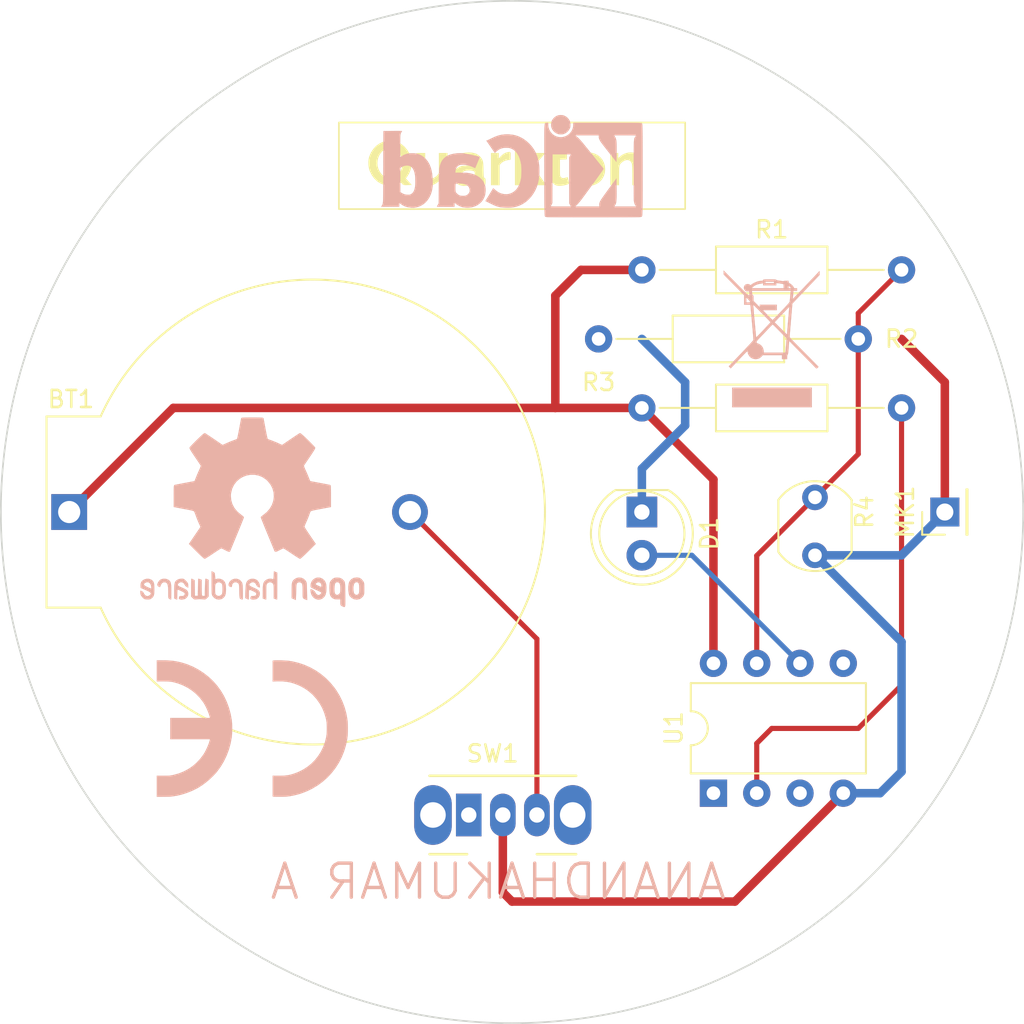
<source format=kicad_pcb>
(kicad_pcb (version 20221018) (generator pcbnew)
  (title_block (title "Digital Diya") (date "2025-05-13") (rev "1") (company "Quarkton") (comment 1 "ANANDHAKUMAR A"))
  (layers (0 "F.Cu" signal) (31 "B.Cu" signal) (34 "B.Paste" user) (35 "F.Paste" user) (36 "B.SilkS" user "B.Silkscreen") (37 "F.SilkS" user "F.Silkscreen") (38 "B.Mask" user) (39 "F.Mask" user) (44 "Edge.Cuts" user))
  (net 0 "")
  (net 1 "+3.3V")
  (net 2 "Net-(BT1--)")
  (net 3 "/L_TO_R")
  (net 4 "/LED")
  (net 5 "GND")
  (net 6 "/LDR")
  (net 7 "/MIC")
  (footprint "Resistor_THT:R_Axial_DIN0207_L6.3mm_D2.5mm_P15.24mm_Horizontal" (layer "F.Cu") (at 157.48 91.44)
    (fp_text reference "R2" (at 17.78 0) (layer "F.SilkS"))
    (fp_text value "470R")
    (pad "1" thru_hole circle (at 0 0) (size 1.6 1.6) (drill 0.8) (layers "*.Cu" "*.Mask") (net 3 "/L_TO_R"))
    (pad "2" thru_hole oval (at 15.24 0) (size 1.6 1.6) (drill 0.8) (layers "*.Cu" "*.Mask") (net 5 "GND"))
  )
  (footprint "Resistor_THT:R_Axial_DIN0207_L6.3mm_D2.5mm_P15.24mm_Horizontal" (layer "F.Cu") (at 160.02 95.49)
    (fp_text reference "R3" (at -2.54 -1.51) (layer "F.SilkS"))
    (fp_text value "5.6k")
    (pad "1" thru_hole circle (at 0 0) (size 1.6 1.6) (drill 0.8) (layers "*.Cu" "*.Mask") (net 1 "+3.3V"))
    (pad "2" thru_hole oval (at 15.24 0) (size 1.6 1.6) (drill 0.8) (layers "*.Cu" "*.Mask") (net 7 "/MIC"))
  )
  (footprint "Connector_PinHeader_2.54mm:PinHeader_1x01_P2.54mm_Vertical" (layer "F.Cu") (at 177.8 101.6 90)
    (fp_text reference "MK1" (at 0 -2.33 90) (layer "F.SilkS"))
    (fp_text value "Microphone_Condenser")
    (pad "1" thru_hole rect (at 0 0 90) (size 1.7 1.7) (drill 1) (layers "*.Cu" "*.Mask") (net 5 "GND"))
  )
  (footprint "Resistor_THT:R_Axial_DIN0207_L6.3mm_D2.5mm_P15.24mm_Horizontal" (layer "F.Cu") (at 160.02 87.39)
    (fp_text reference "R1" (at 7.62 -2.37) (layer "F.SilkS"))
    (fp_text value "10k")
    (pad "1" thru_hole circle (at 0 0) (size 1.6 1.6) (drill 0.8) (layers "*.Cu" "*.Mask") (net 1 "+3.3V"))
    (pad "2" thru_hole oval (at 15.24 0) (size 1.6 1.6) (drill 0.8) (layers "*.Cu" "*.Mask") (net 6 "/LDR"))
  )
  (footprint "Battery:BatteryHolder_ComfortableElectronic_CH273-2450_1x2450" (layer "F.Cu") (at 126.410914 101.6)
    (fp_text reference "BT1" (at 0.1 -6.62) (layer "F.SilkS"))
    (fp_text value "3.3V Cell")
    (pad "1" thru_hole rect (at 0 0 270) (size 2.1 2.1) (drill 1.3) (layers "*.Cu" "*.Mask") (net 1 "+3.3V"))
    (pad "2" thru_hole circle (at 20 0 270) (size 2.1 2.1) (drill 1.3) (layers "*.Cu" "*.Mask") (net 2 "Net-(BT1--)"))
  )
  (footprint "Button_Switch_THT:SW_CuK_OS102011MA1QN1_SPDT_Angled" (layer "F.Cu") (at 149.86 119.38)
    (fp_text reference "SW1" (at 1.4 -3.6) (layer "F.SilkS"))
    (fp_text value "SW_SPDT")
    (pad "" thru_hole oval (at -2.1 0) (size 2.2 3.5) (drill 1.5) (layers "*.Cu" "*.Mask"))
    (pad "" thru_hole oval (at 6.1 0) (size 2.2 3.5) (drill 1.5) (layers "*.Cu" "*.Mask"))
    (pad "1" thru_hole rect (at 0 0) (size 1.5 2.5) (drill 0.9) (layers "*.Cu" "*.Mask"))
    (pad "2" thru_hole oval (at 2 0) (size 1.5 2.5) (drill 0.9) (layers "*.Cu" "*.Mask") (net 5 "GND"))
    (pad "3" thru_hole oval (at 4 0) (size 1.5 2.5) (drill 0.9) (layers "*.Cu" "*.Mask") (net 2 "Net-(BT1--)"))
  )
  (footprint "LED_THT:LED_D5.0mm" (layer "F.Cu") (at 160.02 101.6 -90)
    (fp_text reference "D1" (at 1.27 -3.96 90) (layer "F.SilkS"))
    (fp_text value "LED")
    (pad "1" thru_hole rect (at 0 0 270) (size 1.8 1.8) (drill 0.9) (layers "*.Cu" "*.Mask") (net 3 "/L_TO_R"))
    (pad "2" thru_hole circle (at 2.54 0 270) (size 1.8 1.8) (drill 0.9) (layers "*.Cu" "*.Mask") (net 4 "/LED"))
  )
  (footprint "LOGO" (layer "F.Cu") (at 152.4 81.28)
    (fp_text reference "" hide)
    (fp_text value "LOGO" hide)
  )
  (footprint "OptoDevice:R_LDR_5.1x4.3mm_P3.4mm_Vertical" (layer "F.Cu") (at 170.18 100.74 -90)
    (fp_text reference "R4" (at 0.86 -2.9 90) (layer "F.SilkS"))
    (fp_text value "LDR07")
    (pad "1" thru_hole circle (at 0 0 270) (size 1.5 1.5) (drill 0.8) (layers "*.Cu" "*.Mask") (net 6 "/LDR"))
    (pad "2" thru_hole circle (at 3.4 0 270) (size 1.5 1.5) (drill 0.8) (layers "*.Cu" "*.Mask") (net 5 "GND"))
  )
  (footprint "Package_DIP:DIP-8_W7.62mm" (layer "F.Cu") (at 164.220914 118.1 90)
    (fp_text reference "U1" (at 3.81 -2.33 90) (layer "F.SilkS"))
    (fp_text value "ATtiny85V-10P")
    (pad "1" thru_hole rect (at 0 0 90) (size 1.6 1.6) (drill 0.8) (layers "*.Cu" "*.Mask"))
    (pad "2" thru_hole oval (at 0 2.54 90) (size 1.6 1.6) (drill 0.8) (layers "*.Cu" "*.Mask") (net 7 "/MIC"))
    (pad "3" thru_hole oval (at 0 5.08 90) (size 1.6 1.6) (drill 0.8) (layers "*.Cu" "*.Mask"))
    (pad "4" thru_hole oval (at 0 7.62 90) (size 1.6 1.6) (drill 0.8) (layers "*.Cu" "*.Mask") (net 5 "GND"))
    (pad "5" thru_hole oval (at 7.62 7.62 90) (size 1.6 1.6) (drill 0.8) (layers "*.Cu" "*.Mask"))
    (pad "6" thru_hole oval (at 7.62 5.08 90) (size 1.6 1.6) (drill 0.8) (layers "*.Cu" "*.Mask") (net 4 "/LED"))
    (pad "7" thru_hole oval (at 7.62 2.54 90) (size 1.6 1.6) (drill 0.8) (layers "*.Cu" "*.Mask") (net 6 "/LDR"))
    (pad "8" thru_hole oval (at 7.62 0 90) (size 1.6 1.6) (drill 0.8) (layers "*.Cu" "*.Mask") (net 1 "+3.3V"))
  )
  (footprint "Symbol:WEEE-Logo_5.6x8mm_SilkScreen" (layer "B.Cu") (at 167.64 91.44 180)
    (fp_text reference "REF**" hide)
    (fp_text value "WEEE-Logo_5.6x8mm_SilkScreen" hide)
  )
  (footprint "Symbol:CE-Logo_11.2x8mm_SilkScreen" (layer "B.Cu") (at 137.16 114.3 180)
    (fp_text reference "REF**" hide)
    (fp_text value "CE-Logo_11.2x8mm_SilkScreen" hide)
  )
  (footprint "Symbol:KiCad-Logo_6mm_SilkScreen" (layer "B.Cu") (at 152.4 81.28 180)
    (fp_text reference "REF**" hide)
    (fp_text value "KiCad-Logo_6mm_SilkScreen" hide)
  )
  (footprint "Symbol:OSHW-Logo2_14.6x12mm_SilkScreen" (layer "B.Cu") (at 137.16 101.6 180)
    (fp_text reference "REF**" hide)
    (fp_text value "OSHW-Logo2_14.6x12mm_SilkScreen" hide)
  )
  (gr_rect (start 142.24 78.74) (end 162.56 83.82) (stroke (width 0.1)) (fill none) (layer "F.SilkS"))
  (gr_circle locked (center 152.4 101.6) (end 182.4 101.6) (stroke (width 0.1)) (fill none) (layer "Edge.Cuts"))
  (gr_text "ANANDHAKUMAR A" (at 165.1 124.46) (layer "B.SilkS") (effects (font (size 2 2) (thickness 0.2)) (justify left bottom mirror)))
  (segment (start 132.520914 95.49) (end 154.94 95.49) (width 0.5) (layer "F.Cu") (net 1))
  (segment (start 164.220914 110.48) (end 164.220914 99.690914) (width 0.5) (layer "F.Cu") (net 1))
  (segment (start 164.220914 99.690914) (end 160.02 95.49) (width 0.5) (layer "F.Cu") (net 1))
  (segment (start 160.02 87.39) (end 156.45 87.39) (width 0.5) (layer "F.Cu") (net 1))
  (segment (start 126.410914 101.6) (end 132.520914 95.49) (width 0.5) (layer "F.Cu") (net 1))
  (segment (start 154.94 95.49) (end 160.02 95.49) (width 0.5) (layer "F.Cu") (net 1))
  (segment (start 156.45 87.39) (end 154.94 88.9) (width 0.5) (layer "F.Cu") (net 1))
  (segment (start 154.94 88.9) (end 154.94 95.49) (width 0.5) (layer "F.Cu") (net 1))
  (segment (start 153.86 119.38) (end 153.86 109.049086) (width 0.3) (layer "F.Cu") (net 2))
  (segment (start 153.86 109.049086) (end 146.410914 101.6) (width 0.3) (layer "F.Cu") (net 2))
  (segment (start 162.56 93.98) (end 162.56 96.52) (width 0.5) (layer "B.Cu") (net 3))
  (segment (start 160.02 99.06) (end 160.02 101.6) (width 0.5) (layer "B.Cu") (net 3))
  (segment (start 162.56 96.52) (end 160.02 99.06) (width 0.5) (layer "B.Cu") (net 3))
  (segment (start 160.02 91.44) (end 162.56 93.98) (width 0.5) (layer "B.Cu") (net 3))
  (segment (start 160.02 104.14) (end 162.960914 104.14) (width 0.3) (layer "B.Cu") (net 4))
  (segment (start 162.960914 104.14) (end 169.300914 110.48) (width 0.3) (layer "B.Cu") (net 4))
  (segment (start 151.86 123.92) (end 152.4 124.46) (width 0.5) (layer "F.Cu") (net 5))
  (segment (start 177.8 93.98) (end 177.8 101.6) (width 0.5) (layer "F.Cu") (net 5))
  (segment (start 175.26 91.44) (end 177.8 93.98) (width 0.5) (layer "F.Cu") (net 5))
  (segment (start 151.86 119.38) (end 151.86 123.92) (width 0.5) (layer "F.Cu") (net 5))
  (segment (start 152.4 124.46) (end 165.480914 124.46) (width 0.5) (layer "F.Cu") (net 5))
  (segment (start 165.480914 124.46) (end 171.840914 118.1) (width 0.5) (layer "F.Cu") (net 5))
  (segment (start 170.18 104.14) (end 175.26 109.22) (width 0.5) (layer "B.Cu") (net 5))
  (segment (start 175.26 109.22) (end 175.26 116.84) (width 0.5) (layer "B.Cu") (net 5))
  (segment (start 175.26 104.14) (end 177.8 101.6) (width 0.5) (layer "B.Cu") (net 5))
  (segment (start 175.26 116.84) (end 174 118.1) (width 0.5) (layer "B.Cu") (net 5))
  (segment (start 170.18 104.14) (end 175.26 104.14) (width 0.5) (layer "B.Cu") (net 5))
  (segment (start 174 118.1) (end 171.840914 118.1) (width 0.5) (layer "B.Cu") (net 5))
  (segment (start 166.760914 110.48) (end 166.760914 104.159086) (width 0.3) (layer "F.Cu") (net 6))
  (segment (start 172.72 98.2) (end 170.18 100.74) (width 0.3) (layer "F.Cu") (net 6))
  (segment (start 166.760914 104.159086) (end 170.18 100.74) (width 0.3) (layer "F.Cu") (net 6))
  (segment (start 172.72 89.93) (end 172.72 98.2) (width 0.3) (layer "F.Cu") (net 6))
  (segment (start 175.26 87.39) (end 172.72 89.93) (width 0.3) (layer "F.Cu") (net 6))
  (segment (start 166.760914 118.1) (end 166.760914 115.179086) (width 0.3) (layer "F.Cu") (net 7))
  (segment (start 166.760914 115.179086) (end 167.64 114.3) (width 0.3) (layer "F.Cu") (net 7))
  (segment (start 175.26 111.76) (end 175.26 95.49) (width 0.3) (layer "F.Cu") (net 7))
  (segment (start 167.64 114.3) (end 172.72 114.3) (width 0.3) (layer "F.Cu") (net 7))
  (segment (start 172.72 114.3) (end 175.26 111.76) (width 0.3) (layer "F.Cu") (net 7))
)
</source>
